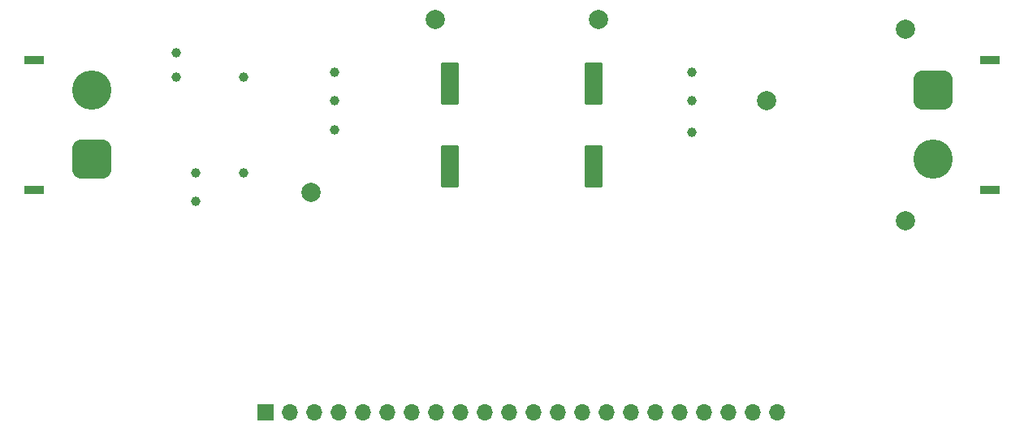
<source format=gbr>
%TF.GenerationSoftware,KiCad,Pcbnew,8.0.6*%
%TF.CreationDate,2024-12-20T12:02:24-05:00*%
%TF.ProjectId,PD Charger,50442043-6861-4726-9765-722e6b696361,0*%
%TF.SameCoordinates,Original*%
%TF.FileFunction,Soldermask,Bot*%
%TF.FilePolarity,Negative*%
%FSLAX46Y46*%
G04 Gerber Fmt 4.6, Leading zero omitted, Abs format (unit mm)*
G04 Created by KiCad (PCBNEW 8.0.6) date 2024-12-20 12:02:24*
%MOMM*%
%LPD*%
G01*
G04 APERTURE LIST*
G04 Aperture macros list*
%AMRoundRect*
0 Rectangle with rounded corners*
0 $1 Rounding radius*
0 $2 $3 $4 $5 $6 $7 $8 $9 X,Y pos of 4 corners*
0 Add a 4 corners polygon primitive as box body*
4,1,4,$2,$3,$4,$5,$6,$7,$8,$9,$2,$3,0*
0 Add four circle primitives for the rounded corners*
1,1,$1+$1,$2,$3*
1,1,$1+$1,$4,$5*
1,1,$1+$1,$6,$7*
1,1,$1+$1,$8,$9*
0 Add four rect primitives between the rounded corners*
20,1,$1+$1,$2,$3,$4,$5,0*
20,1,$1+$1,$4,$5,$6,$7,0*
20,1,$1+$1,$6,$7,$8,$9,0*
20,1,$1+$1,$8,$9,$2,$3,0*%
G04 Aperture macros list end*
%ADD10R,2.000000X0.900000*%
%ADD11RoundRect,1.025000X-1.025000X1.025000X-1.025000X-1.025000X1.025000X-1.025000X1.025000X1.025000X0*%
%ADD12C,4.100000*%
%ADD13RoundRect,1.025000X1.025000X-1.025000X1.025000X1.025000X-1.025000X1.025000X-1.025000X-1.025000X0*%
%ADD14R,1.700000X1.700000*%
%ADD15O,1.700000X1.700000*%
%ADD16C,2.000000*%
%ADD17C,1.000000*%
%ADD18RoundRect,0.250000X-0.700000X1.950000X-0.700000X-1.950000X0.700000X-1.950000X0.700000X1.950000X0*%
G04 APERTURE END LIST*
D10*
%TO.C,J3*%
X148850000Y-93250000D03*
X148850000Y-106750000D03*
D11*
X142850000Y-96400000D03*
D12*
X142850000Y-103600000D03*
%TD*%
D10*
%TO.C,J2*%
X49150000Y-106750000D03*
X49150000Y-93250000D03*
D13*
X55150000Y-103600000D03*
D12*
X55150000Y-96400000D03*
%TD*%
D14*
%TO.C,J1*%
X73325000Y-130000000D03*
D15*
X75865000Y-130000000D03*
X78405000Y-130000000D03*
X80945000Y-130000000D03*
X83485000Y-130000000D03*
X86025000Y-130000000D03*
X88565000Y-130000000D03*
X91105000Y-130000000D03*
X93645000Y-130000000D03*
X96185000Y-130000000D03*
X98725000Y-130000000D03*
X101265000Y-130000000D03*
X103805000Y-130000000D03*
X106345000Y-130000000D03*
X108885000Y-130000000D03*
X111425000Y-130000000D03*
X113965000Y-130000000D03*
X116505000Y-130000000D03*
X119045000Y-130000000D03*
X121585000Y-130000000D03*
X124125000Y-130000000D03*
X126665000Y-130000000D03*
%TD*%
D16*
%TO.C,TP17*%
X140000000Y-110000000D03*
%TD*%
D17*
%TO.C,TP5*%
X80500000Y-94500000D03*
%TD*%
%TO.C,TP8*%
X117750000Y-97500000D03*
%TD*%
%TO.C,TP10*%
X117750000Y-100750000D03*
%TD*%
%TO.C,TP16*%
X71000000Y-105000000D03*
%TD*%
%TO.C,TP14*%
X66000000Y-105000000D03*
%TD*%
D18*
%TO.C,C15*%
X107500000Y-95650000D03*
X107500000Y-104350000D03*
%TD*%
D17*
%TO.C,TP11*%
X64000000Y-95000000D03*
%TD*%
%TO.C,TP12*%
X64000000Y-92500000D03*
%TD*%
D16*
%TO.C,TP18*%
X140000000Y-90000000D03*
%TD*%
%TO.C,TP4*%
X108000000Y-89000000D03*
%TD*%
D17*
%TO.C,TP9*%
X80500000Y-100500000D03*
%TD*%
%TO.C,TP6*%
X117750000Y-94500000D03*
%TD*%
%TO.C,TP13*%
X66000000Y-108000000D03*
%TD*%
%TO.C,TP7*%
X80500000Y-97500000D03*
%TD*%
D16*
%TO.C,TP2*%
X125500000Y-97500000D03*
%TD*%
D18*
%TO.C,C14*%
X92500000Y-95650000D03*
X92500000Y-104350000D03*
%TD*%
D17*
%TO.C,TP15*%
X71000000Y-95000000D03*
%TD*%
D16*
%TO.C,TP3*%
X91000000Y-89000000D03*
%TD*%
%TO.C,TP1*%
X78000000Y-107000000D03*
%TD*%
M02*

</source>
